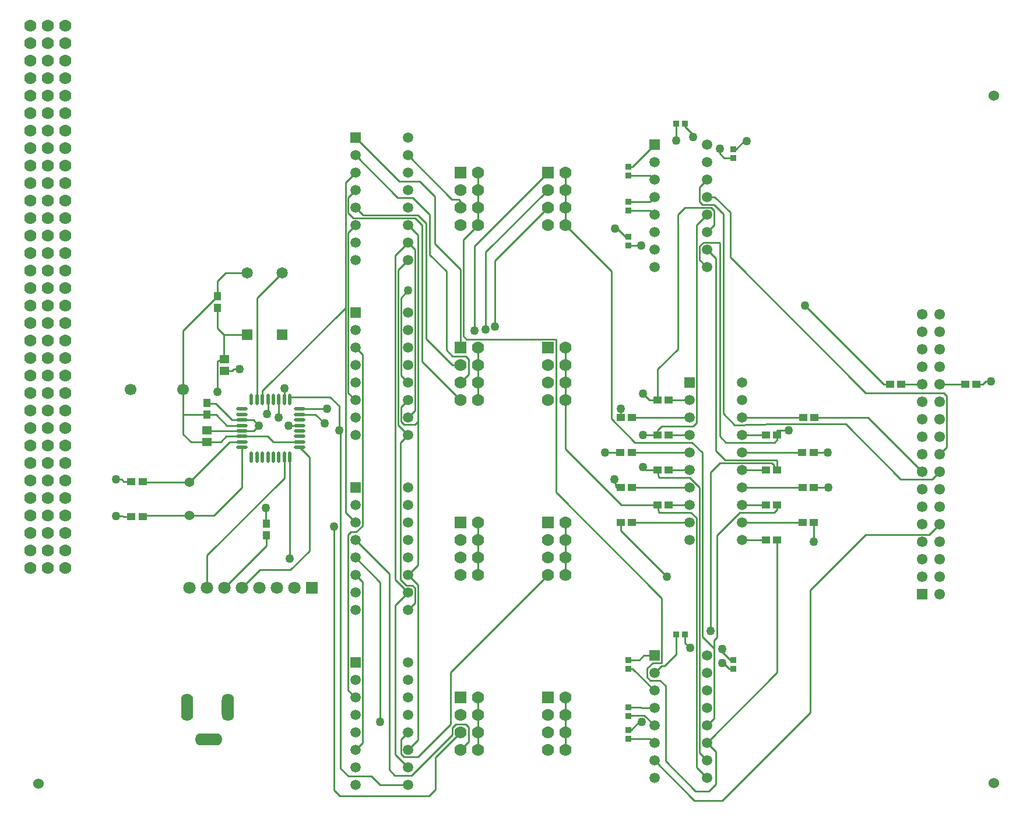
<source format=gtl>
G04 Layer_Physical_Order=1*
G04 Layer_Color=255*
%FSLAX43Y43*%
%MOMM*%
G71*
G01*
G75*
%ADD10R,0.850X0.900*%
%ADD11R,0.900X0.850*%
%ADD12R,1.150X1.050*%
%ADD13R,1.250X1.100*%
%ADD14O,1.650X0.550*%
%ADD15O,0.550X1.650*%
%ADD16R,1.100X1.250*%
%ADD17R,1.400X1.200*%
%ADD18R,1.050X1.150*%
%ADD19C,0.254*%
%ADD20C,1.524*%
%ADD21R,1.500X1.500*%
%ADD22C,1.500*%
%ADD23C,1.400*%
%ADD24C,1.800*%
%ADD25R,1.800X1.800*%
%ADD26R,1.650X1.650*%
%ADD27C,1.650*%
%ADD28R,1.778X1.778*%
%ADD29C,1.778*%
%ADD30O,1.750X4.000*%
%ADD31O,1.778X4.000*%
%ADD32O,4.000X1.750*%
%ADD33C,1.700*%
%ADD34R,1.550X1.550*%
%ADD35C,1.550*%
%ADD36C,1.270*%
D10*
X137658Y101981D02*
D03*
X136358D02*
D03*
X137658Y27813D02*
D03*
X136358D02*
D03*
D11*
X144628Y22845D02*
D03*
Y24145D02*
D03*
X129387Y22845D02*
D03*
Y24145D02*
D03*
Y15987D02*
D03*
Y17287D02*
D03*
X144628Y97013D02*
D03*
Y98313D02*
D03*
X129388Y85613D02*
D03*
Y84313D02*
D03*
X129387Y94473D02*
D03*
Y95773D02*
D03*
Y89393D02*
D03*
Y90693D02*
D03*
Y13985D02*
D03*
Y12685D02*
D03*
D12*
X149391Y41529D02*
D03*
X151041D02*
D03*
X149391Y46609D02*
D03*
X151041D02*
D03*
X149391Y51689D02*
D03*
X151041D02*
D03*
X149391Y56769D02*
D03*
X151041D02*
D03*
X135293Y46609D02*
D03*
X133643D02*
D03*
X135293Y51689D02*
D03*
X133643D02*
D03*
X135293Y56769D02*
D03*
X133643D02*
D03*
X135293Y61849D02*
D03*
X133643D02*
D03*
X154662Y54229D02*
D03*
X156312D02*
D03*
X154725Y49149D02*
D03*
X156375D02*
D03*
X154788Y59309D02*
D03*
X156438D02*
D03*
X129959Y44069D02*
D03*
X128309D02*
D03*
X129959Y49149D02*
D03*
X128309D02*
D03*
X129896Y54229D02*
D03*
X128246D02*
D03*
X129959Y59309D02*
D03*
X128309D02*
D03*
X178347Y64135D02*
D03*
X179997D02*
D03*
X167425D02*
D03*
X169075D02*
D03*
X154725Y44069D02*
D03*
X156375D02*
D03*
D13*
X57164Y44958D02*
D03*
X58864D02*
D03*
X57164Y50038D02*
D03*
X58864D02*
D03*
D14*
X73254Y60579D02*
D03*
Y59779D02*
D03*
Y58979D02*
D03*
Y58179D02*
D03*
Y57379D02*
D03*
Y56579D02*
D03*
Y55779D02*
D03*
Y54979D02*
D03*
X81654D02*
D03*
Y55779D02*
D03*
Y56579D02*
D03*
Y57379D02*
D03*
Y58179D02*
D03*
Y58979D02*
D03*
Y59779D02*
D03*
Y60579D02*
D03*
D15*
X74654Y53579D02*
D03*
X75454D02*
D03*
X76254D02*
D03*
X77054D02*
D03*
X77854D02*
D03*
X78654D02*
D03*
X79454D02*
D03*
X80254D02*
D03*
Y61979D02*
D03*
X79454D02*
D03*
X78654D02*
D03*
X77854D02*
D03*
X77054D02*
D03*
X76254D02*
D03*
X75454D02*
D03*
X74654D02*
D03*
D16*
X68174Y59729D02*
D03*
Y61429D02*
D03*
D17*
X68174Y55753D02*
D03*
Y57453D02*
D03*
X70714Y67779D02*
D03*
Y66079D02*
D03*
D18*
X69698Y76898D02*
D03*
Y75248D02*
D03*
X76860Y42253D02*
D03*
Y43903D02*
D03*
D19*
X73304Y34569D02*
X75921Y37186D01*
X80340D01*
X83083Y39929D01*
Y53549D01*
X81654Y54979D02*
X83083Y53549D01*
X70764Y34569D02*
X76860Y40665D01*
Y42253D01*
X76366D02*
X76860D01*
X80254Y38872D02*
Y53579D01*
X68224Y34569D02*
Y39319D01*
X79454Y50548D01*
Y53579D01*
X76759Y44005D02*
Y46177D01*
Y44005D02*
X76860Y43903D01*
X71032Y56579D02*
X73254D01*
X70206Y55753D02*
X71032Y56579D01*
X68174Y55753D02*
X70206D01*
X68248Y57379D02*
X73254D01*
X68174Y57453D02*
X68248Y57379D01*
X71082Y58179D02*
X73254D01*
X69532Y59729D02*
X71082Y58179D01*
X68174Y59729D02*
X69532D01*
X71806Y58979D02*
X73254D01*
X69444Y61341D02*
X71806Y58979D01*
X68262Y61341D02*
X69444D01*
X64745Y56896D02*
Y63373D01*
Y56896D02*
X65888Y55753D01*
X68174D01*
X69698Y76898D02*
Y79121D01*
X70896Y80319D01*
X74016D01*
X69698Y72263D02*
Y75248D01*
Y72263D02*
X70642Y71319D01*
X74016D01*
X70642Y67851D02*
Y71319D01*
Y67851D02*
X70714Y67779D01*
X64745Y71945D02*
X69698Y76898D01*
X64745Y63373D02*
Y71945D01*
X73254Y49149D02*
Y54979D01*
X69190Y45085D02*
X73254Y49149D01*
X65634Y45085D02*
X69190D01*
X71502Y55779D02*
X73254D01*
X65634Y49911D02*
X71502Y55779D01*
X58991Y49911D02*
X65634D01*
X58991Y45085D02*
X65634D01*
X143315Y97013D02*
X144628D01*
X142669Y97660D02*
X143315Y97013D01*
X142669Y97660D02*
Y98317D01*
X137658Y101550D02*
Y101981D01*
Y101550D02*
X138786Y100422D01*
Y100022D02*
Y100422D01*
X128957Y85613D02*
X129388D01*
X127829Y86741D02*
X128957Y85613D01*
X127429Y86741D02*
X127829D01*
X129387Y13985D02*
X129818D01*
X130946Y15113D01*
X131346D01*
X70714Y66079D02*
X71841D01*
X72075Y66313D01*
X72922D01*
X80067Y58179D02*
X81654D01*
X56131Y50038D02*
X57164D01*
X55857Y50311D02*
X56131Y50038D01*
X55030Y50311D02*
X55857D01*
X56003Y44958D02*
X57164D01*
X55984Y44977D02*
X56003Y44958D01*
X55030Y44977D02*
X55984D01*
X179997Y64135D02*
X180916D01*
X181316Y64535D01*
X182080D01*
X144628Y98313D02*
X145058D01*
X146186Y99441D01*
X146586D01*
X68174Y61341D02*
Y61429D01*
X68174Y57453D02*
Y57702D01*
X73254Y56579D02*
X77032D01*
X77832Y55779D01*
X81654D01*
X174600Y64135D02*
X178347D01*
X169075D02*
X172060D01*
X107544Y11049D02*
Y13589D01*
Y16129D01*
Y18669D01*
Y36449D02*
Y38989D01*
Y41529D01*
Y44069D01*
Y61849D02*
Y64389D01*
Y66929D01*
Y69469D01*
Y87249D02*
Y89789D01*
Y92329D01*
Y94869D01*
X120244Y11049D02*
Y13589D01*
Y16129D01*
Y18669D01*
Y36449D02*
Y38989D01*
Y41529D01*
Y44069D01*
Y61849D02*
Y64389D01*
Y66929D01*
Y69469D01*
Y87249D02*
Y89789D01*
Y92329D01*
Y94869D01*
X145898Y41529D02*
X147644D01*
X147644Y41529D01*
X149391D01*
X145898Y46609D02*
X149391D01*
X145898Y51689D02*
X149391D01*
X145898Y56769D02*
X149391D01*
X135293Y46609D02*
X138278D01*
X135293Y51689D02*
X138278D01*
X135293Y56769D02*
X138278D01*
X135293Y61849D02*
X136773D01*
X136773Y61849D01*
X138278D01*
X129387Y17287D02*
X131210D01*
X131352Y17145D01*
X133198D01*
X129387Y24145D02*
X130981D01*
X131601Y24765D01*
X133198D01*
X129896Y54229D02*
X138278D01*
X129959Y44069D02*
X138278D01*
X145898D02*
X154725D01*
X145898Y54229D02*
X154662D01*
X129959Y59309D02*
X138278D01*
X129959Y49149D02*
X138278D01*
X145898Y59309D02*
X154788D01*
X145898Y49149D02*
X150311D01*
X150311Y49149D01*
X154725D01*
X89764Y36449D02*
X90799Y35414D01*
Y12084D02*
Y35414D01*
X89764Y11049D02*
X90799Y12084D01*
X88716Y86201D02*
X89764Y87249D01*
X88716Y62897D02*
Y86201D01*
Y62897D02*
X89764Y61849D01*
X64745Y63373D02*
X65018Y63100D01*
X137658Y26576D02*
Y27813D01*
Y26576D02*
X138379Y25854D01*
X156375Y41275D02*
Y44069D01*
X140818Y83693D02*
X142107Y82404D01*
Y54477D02*
Y82404D01*
Y54477D02*
X143427Y53156D01*
X150914D01*
X151041Y53029D01*
Y51689D02*
Y53029D01*
X144031Y22845D02*
X144628D01*
X143235Y23641D02*
X144031Y22845D01*
X143075Y23641D02*
X143235D01*
X144197Y24145D02*
X144628D01*
X142669Y25679D02*
X143075D01*
X128384Y46609D02*
X133643D01*
X120244Y54750D02*
X128384Y46609D01*
X120244Y54750D02*
Y61849D01*
X58864Y50038D02*
X58991D01*
X58864Y44958D02*
X58991D01*
X97384Y97409D02*
X103765Y91027D01*
X104743D01*
X105004Y90767D01*
Y89789D02*
Y90767D01*
X156438Y59309D02*
X164186D01*
X172060Y51435D01*
X96354Y60820D02*
X97384Y61849D01*
X96354Y58744D02*
Y60820D01*
Y58744D02*
X96818Y58280D01*
X98386D01*
X98825Y58718D01*
X97384Y87249D02*
X98825Y85808D01*
X95948Y80733D02*
X97384Y82169D01*
X95948Y58205D02*
Y80733D01*
Y58205D02*
X97384Y56769D01*
Y84709D02*
X98419Y83674D01*
Y60344D02*
Y83674D01*
X97384Y59309D02*
X98419Y60344D01*
X97384Y36449D02*
X98819Y35013D01*
Y12485D02*
Y35013D01*
X97384Y11049D02*
X98819Y12485D01*
X129387Y95773D02*
X130038D01*
X133198Y98933D01*
X136358Y99553D02*
Y101981D01*
X131705Y16097D02*
X133198Y14605D01*
X129387Y15987D02*
Y16097D01*
X173120Y42335D02*
X174600Y43815D01*
X163900Y42335D02*
X173120D01*
X155823Y34258D02*
X163900Y42335D01*
X155823Y16478D02*
Y34258D01*
X143046Y3702D02*
X155823Y16478D01*
X139021Y3702D02*
X143046D01*
X133198Y9525D02*
X139021Y3702D01*
X151041Y56095D02*
Y56769D01*
X150666Y55721D02*
X151041Y56095D01*
X143554Y55721D02*
X150666D01*
X142665Y56610D02*
X143554Y55721D01*
X142665Y56610D02*
Y84652D01*
X142589Y84728D02*
X142665Y84652D01*
X140303Y84728D02*
X142589D01*
X139770Y84195D02*
X140303Y84728D01*
X139770Y82201D02*
Y84195D01*
Y82201D02*
X140818Y81153D01*
X131566Y56769D02*
X133643D01*
X105004Y64389D02*
X106191Y65576D01*
Y67761D01*
X105759Y68193D02*
X106191Y67761D01*
X103880Y68193D02*
X105759D01*
X102965Y69107D02*
X103880Y68193D01*
X102965Y69107D02*
Y80562D01*
X100578Y82950D02*
X102965Y80562D01*
X100578Y82950D02*
Y88817D01*
X98114Y91281D02*
X100578Y88817D01*
X95891Y91281D02*
X98114D01*
X89764Y97409D02*
X95891Y91281D01*
X140818Y12065D02*
X151041Y22288D01*
Y41529D01*
X89764Y99949D02*
X96120Y93593D01*
X99130D01*
X101314Y91408D01*
Y84525D02*
Y91408D01*
Y84525D02*
X105004Y80835D01*
Y69469D02*
Y80835D01*
X108706Y83331D02*
X117704Y92329D01*
X108706Y72079D02*
Y83331D01*
X110052Y72561D02*
Y82137D01*
X117704Y89789D01*
X140818Y86233D02*
X141847Y87262D01*
Y89402D01*
X141446Y89802D02*
X141847Y89402D01*
X137611Y89802D02*
X141446D01*
X136569Y88761D02*
X137611Y89802D01*
X136569Y69259D02*
Y88761D01*
X133643Y66333D02*
X136569Y69259D01*
X133643Y61849D02*
Y66333D01*
X139313Y87268D02*
X140818Y88773D01*
X139313Y58541D02*
Y87268D01*
X138805Y58033D02*
X139313Y58541D01*
X134207Y58033D02*
X138805D01*
X133643Y57468D02*
X134207Y58033D01*
X133643Y56769D02*
Y57468D01*
X140818Y91313D02*
X141962D01*
X144189Y89086D01*
Y82569D02*
Y89086D01*
Y82569D02*
X163874Y62884D01*
X175254D01*
X175660Y62478D01*
Y55035D02*
Y62478D01*
X174600Y53975D02*
X175660Y55035D01*
X132474Y61849D02*
X133643D01*
X131566Y62757D02*
X132474Y61849D01*
X107080Y71952D02*
Y84245D01*
X117704Y94869D01*
X141345Y28315D02*
Y51378D01*
X142716Y52749D01*
X150209D01*
X150539Y52419D01*
Y51689D02*
X151041D01*
X141853Y26994D02*
X142259Y27400D01*
Y42208D01*
X145554Y45504D01*
X150602D01*
X151041Y45942D01*
Y46609D01*
X96336Y55721D02*
X97384Y56769D01*
X96336Y35782D02*
Y55721D01*
Y35782D02*
X97180Y34938D01*
X98038D01*
X98413Y34563D01*
Y32398D02*
Y34563D01*
X97384Y31369D02*
X98413Y32398D01*
X75454Y76677D02*
X79096Y80319D01*
X75454Y61979D02*
Y76677D01*
X166505Y64135D02*
X167425D01*
X155031Y75609D02*
X166505Y64135D01*
X131566Y52089D02*
X131966Y51689D01*
X133643D01*
X133801Y50641D01*
X138271D01*
X139719Y49193D01*
Y10624D02*
Y49193D01*
Y10624D02*
X140818Y9525D01*
X105429Y85134D02*
X107544Y87249D01*
X105429Y71139D02*
Y85134D01*
Y71139D02*
X105912Y70656D01*
X118891D01*
Y48457D02*
Y70656D01*
Y48457D02*
X134233Y33115D01*
Y23717D02*
Y33115D01*
X132988Y23717D02*
X134233D01*
X132150Y22879D02*
X132988Y23717D01*
X132150Y21609D02*
Y22879D01*
Y21609D02*
X132582Y21177D01*
X133953D01*
X134791Y20339D01*
Y9442D02*
Y20339D01*
Y9442D02*
X139160Y5074D01*
X141116D01*
X142081Y6039D01*
Y10801D01*
X140818Y12065D02*
X142081Y10801D01*
X105004Y11049D02*
X106191Y12236D01*
Y14345D01*
X105759Y14776D02*
X106191Y14345D01*
X104369Y14776D02*
X105759D01*
X103835Y14243D02*
X104369Y14776D01*
X103835Y13233D02*
Y14243D01*
X97911Y7309D02*
X103835Y13233D01*
X95498Y7309D02*
X97911D01*
X94659Y8147D02*
X95498Y7309D01*
X94659Y8147D02*
Y36633D01*
X89764Y41529D02*
X94659Y36633D01*
X86658Y5201D02*
Y43504D01*
Y5201D02*
X87471Y4388D01*
X100476D01*
X101365Y5277D01*
Y9950D01*
X105004Y13589D01*
X93364Y15100D02*
Y35389D01*
X89764Y38989D02*
X93364Y35389D01*
X88716Y91281D02*
X89764Y92329D01*
X88716Y89021D02*
Y91281D01*
Y89021D02*
X89458Y88278D01*
X98419D01*
X99409Y87288D01*
Y67443D02*
Y87288D01*
Y67443D02*
X105004Y61849D01*
X103829Y66929D02*
X105004D01*
X99993Y70764D02*
X103829Y66929D01*
X99993Y70764D02*
Y87511D01*
X98819Y88685D02*
X99993Y87511D01*
X90868Y88685D02*
X98819D01*
X89764Y89789D02*
X90868Y88685D01*
X151041Y57423D02*
X152724D01*
X151041Y56769D02*
Y57423D01*
X133643Y46609D02*
X133801Y45561D01*
X138474D01*
X139313Y44723D01*
Y8490D02*
Y44723D01*
Y8490D02*
X140818Y6985D01*
X120244Y87249D02*
X126917Y80575D01*
Y59176D02*
Y80575D01*
Y59176D02*
X130372Y55721D01*
X138678D01*
X140125Y54273D01*
Y27527D02*
Y54273D01*
Y27527D02*
X141853Y25800D01*
Y15640D02*
Y25800D01*
X140818Y14605D02*
X141853Y15640D01*
X103600Y22346D02*
X117704Y36449D01*
X103600Y14769D02*
Y22346D01*
X98850Y10020D02*
X103600Y14769D01*
X96818Y10020D02*
X98850D01*
X96354Y10484D02*
X96818Y10020D01*
X96354Y10484D02*
Y12560D01*
X97384Y13589D01*
X96354Y76720D02*
X97377Y77743D01*
X96354Y65418D02*
Y76720D01*
Y65418D02*
X97384Y64389D01*
X69717Y67500D02*
X70714Y67779D01*
X77054Y60398D02*
Y61979D01*
X139770Y92805D02*
X140818Y93853D01*
X139770Y90646D02*
Y92805D01*
Y90646D02*
X140207Y90209D01*
X141847D01*
X143199Y88857D01*
Y59912D02*
Y88857D01*
Y59912D02*
X144850Y58261D01*
X150819Y58363D01*
X160979D01*
X168980Y50362D01*
X173526D01*
X174600Y51435D01*
X132578Y12685D02*
X133198Y12065D01*
X129387Y12685D02*
X132578D01*
X133198Y22225D02*
X134245Y23273D01*
X134690D01*
X136358Y24940D01*
Y27813D01*
X129387Y22845D02*
X130038D01*
X133198Y19685D01*
X129388Y84313D02*
X131278D01*
X132578Y90693D02*
X133198Y91313D01*
X129387Y90693D02*
X132578D01*
X132578Y89393D02*
X133198Y88773D01*
X129387Y89393D02*
X132578D01*
X132578Y94473D02*
X133198Y93853D01*
X129387Y94473D02*
X132578D01*
X79454Y61979D02*
Y63561D01*
X79445Y63570D02*
X79454Y63561D01*
X80254Y61979D02*
Y62325D01*
X86049D02*
X87395Y60979D01*
X88741Y7233D02*
X92094D01*
X93358Y5969D01*
X97384D01*
X95541Y10351D02*
X97384Y8509D01*
X95541Y10351D02*
Y32067D01*
X97384Y33909D01*
X95523Y35770D02*
X97384Y33909D01*
X95523Y35770D02*
Y82848D01*
X97384Y84709D01*
Y36449D02*
X98825Y37890D01*
X156375Y49149D02*
X158464D01*
X128309Y42900D02*
Y44069D01*
Y42900D02*
X135014Y36195D01*
X128309Y59309D02*
Y60573D01*
X156312Y54229D02*
X158388D01*
X127394Y50311D02*
X127641Y49149D01*
X128309D01*
X88309Y93415D02*
X89764Y94869D01*
X88309Y75254D02*
Y93415D01*
X76254Y63198D02*
X88309Y75254D01*
X76254Y61979D02*
Y63198D01*
X88309Y45523D02*
X89764Y44069D01*
X88716Y19717D02*
X89764Y18669D01*
X88716Y19717D02*
Y42285D01*
X89128Y42697D01*
X89910D01*
X90799Y43586D01*
Y68434D01*
X89764Y69469D02*
X90799Y68434D01*
X64833Y59729D02*
X68174D01*
X150539Y51689D02*
Y52419D01*
X141853Y25800D02*
Y26994D01*
X77054Y60398D02*
X77064Y60388D01*
X129387Y16097D02*
X131705D01*
X58991Y44958D02*
Y45085D01*
X58991Y49911D02*
Y50038D01*
X87395Y57448D02*
Y60979D01*
X80254Y62325D02*
X86049D01*
X98825Y37890D02*
Y58718D01*
Y85808D01*
X88309Y45523D02*
Y75254D01*
X68174Y61341D02*
X68262D01*
X142669Y25673D02*
X142869Y25473D01*
X144197Y24145D01*
X142669Y25673D02*
Y25679D01*
X128220Y54254D02*
X128246Y54229D01*
X126009Y54254D02*
X128220D01*
X73254Y57379D02*
X75007D01*
X75768Y58141D01*
X74930Y58979D02*
X75768Y58141D01*
X73254Y58979D02*
X74930D01*
X78613Y61938D02*
X78654Y61979D01*
X78613Y59360D02*
Y61938D01*
X87605Y8369D02*
X88741Y7233D01*
X87605Y8369D02*
Y57239D01*
X87395Y57448D02*
X87605Y57239D01*
X83985Y59779D02*
X85293Y58471D01*
X81654Y59779D02*
X83985D01*
X81654Y60579D02*
X85674D01*
X69717Y63011D02*
Y67500D01*
D20*
X43688Y6147D02*
D03*
X182474Y106045D02*
D03*
Y6223D02*
D03*
D21*
X133198Y24765D02*
D03*
Y98933D02*
D03*
X138278Y64389D02*
D03*
X89764Y23749D02*
D03*
Y74549D02*
D03*
Y49149D02*
D03*
Y99949D02*
D03*
D22*
X133198Y22225D02*
D03*
Y19685D02*
D03*
Y17145D02*
D03*
Y14605D02*
D03*
Y12065D02*
D03*
Y9525D02*
D03*
Y6985D02*
D03*
X140818Y24765D02*
D03*
Y22225D02*
D03*
Y19685D02*
D03*
Y17145D02*
D03*
Y14605D02*
D03*
Y12065D02*
D03*
Y9525D02*
D03*
Y6985D02*
D03*
X133198Y96393D02*
D03*
Y93853D02*
D03*
Y91313D02*
D03*
Y88773D02*
D03*
Y86233D02*
D03*
Y83693D02*
D03*
Y81153D02*
D03*
X140818Y98933D02*
D03*
Y96393D02*
D03*
Y93853D02*
D03*
Y91313D02*
D03*
Y88773D02*
D03*
Y86233D02*
D03*
Y83693D02*
D03*
Y81153D02*
D03*
X138278Y61849D02*
D03*
Y59309D02*
D03*
Y56769D02*
D03*
Y54229D02*
D03*
Y51689D02*
D03*
Y49149D02*
D03*
Y46609D02*
D03*
Y44069D02*
D03*
Y41529D02*
D03*
X145898Y64389D02*
D03*
Y61849D02*
D03*
Y59309D02*
D03*
Y56769D02*
D03*
Y54229D02*
D03*
Y51689D02*
D03*
Y49149D02*
D03*
Y46609D02*
D03*
Y44069D02*
D03*
Y41529D02*
D03*
X97384Y5969D02*
D03*
Y8509D02*
D03*
Y11049D02*
D03*
Y13589D02*
D03*
Y16129D02*
D03*
Y18669D02*
D03*
Y21209D02*
D03*
Y23749D02*
D03*
X89764Y5969D02*
D03*
Y8509D02*
D03*
Y11049D02*
D03*
Y13589D02*
D03*
Y16129D02*
D03*
Y18669D02*
D03*
Y21209D02*
D03*
X97384Y56769D02*
D03*
Y59309D02*
D03*
Y61849D02*
D03*
Y64389D02*
D03*
Y66929D02*
D03*
Y69469D02*
D03*
Y72009D02*
D03*
Y74549D02*
D03*
X89764Y56769D02*
D03*
Y59309D02*
D03*
Y61849D02*
D03*
Y64389D02*
D03*
Y66929D02*
D03*
Y69469D02*
D03*
Y72009D02*
D03*
X97384Y31369D02*
D03*
Y33909D02*
D03*
Y36449D02*
D03*
Y38989D02*
D03*
Y41529D02*
D03*
Y44069D02*
D03*
Y46609D02*
D03*
Y49149D02*
D03*
X89764Y31369D02*
D03*
Y33909D02*
D03*
Y36449D02*
D03*
Y38989D02*
D03*
Y41529D02*
D03*
Y44069D02*
D03*
Y46609D02*
D03*
X97384Y82169D02*
D03*
Y84709D02*
D03*
Y87249D02*
D03*
Y89789D02*
D03*
Y92329D02*
D03*
Y94869D02*
D03*
Y97409D02*
D03*
Y99949D02*
D03*
X89764Y82169D02*
D03*
Y84709D02*
D03*
Y87249D02*
D03*
Y89789D02*
D03*
Y92329D02*
D03*
Y94869D02*
D03*
Y97409D02*
D03*
D23*
X65634Y49911D02*
D03*
Y45085D02*
D03*
D24*
X65684Y34569D02*
D03*
X68224D02*
D03*
X70764D02*
D03*
X73304D02*
D03*
X75844D02*
D03*
X78384D02*
D03*
X80924D02*
D03*
D25*
X83464D02*
D03*
D26*
X79096Y71319D02*
D03*
X74016D02*
D03*
D27*
X79096Y80319D02*
D03*
X74016D02*
D03*
D28*
X117704Y18669D02*
D03*
Y44069D02*
D03*
Y69469D02*
D03*
X105004Y18669D02*
D03*
Y44069D02*
D03*
Y69469D02*
D03*
Y94869D02*
D03*
X117704D02*
D03*
D29*
X120244Y18669D02*
D03*
X117704Y16129D02*
D03*
X120244D02*
D03*
X117704Y13589D02*
D03*
X120244D02*
D03*
X117704Y11049D02*
D03*
X120244D02*
D03*
Y44069D02*
D03*
X117704Y41529D02*
D03*
X120244D02*
D03*
X117704Y38989D02*
D03*
X120244D02*
D03*
X117704Y36449D02*
D03*
X120244D02*
D03*
Y69469D02*
D03*
X117704Y66929D02*
D03*
X120244D02*
D03*
X117704Y64389D02*
D03*
X120244D02*
D03*
X117704Y61849D02*
D03*
X120244D02*
D03*
X107544Y18669D02*
D03*
X105004Y16129D02*
D03*
X107544D02*
D03*
X105004Y13589D02*
D03*
X107544D02*
D03*
X105004Y11049D02*
D03*
X107544D02*
D03*
Y44069D02*
D03*
X105004Y41529D02*
D03*
X107544D02*
D03*
X105004Y38989D02*
D03*
X107544D02*
D03*
X105004Y36449D02*
D03*
X107544D02*
D03*
Y69469D02*
D03*
X105004Y66929D02*
D03*
X107544D02*
D03*
X105004Y64389D02*
D03*
X107544D02*
D03*
X105004Y61849D02*
D03*
X107544D02*
D03*
Y94869D02*
D03*
X105004Y92329D02*
D03*
X107544D02*
D03*
X105004Y89789D02*
D03*
X107544D02*
D03*
X105004Y87249D02*
D03*
X107544D02*
D03*
X120244Y94869D02*
D03*
X117704Y92329D02*
D03*
X120244D02*
D03*
X117704Y89789D02*
D03*
X120244D02*
D03*
X117704Y87249D02*
D03*
X120244D02*
D03*
X47650Y37490D02*
D03*
Y40030D02*
D03*
X45110Y37490D02*
D03*
X42570D02*
D03*
Y40030D02*
D03*
Y42570D02*
D03*
Y45110D02*
D03*
Y47650D02*
D03*
Y50190D02*
D03*
Y52730D02*
D03*
Y55270D02*
D03*
Y75590D02*
D03*
Y73050D02*
D03*
Y70510D02*
D03*
Y67970D02*
D03*
Y65430D02*
D03*
Y62890D02*
D03*
Y60350D02*
D03*
Y57810D02*
D03*
Y98450D02*
D03*
Y100990D02*
D03*
Y103530D02*
D03*
Y106070D02*
D03*
Y108610D02*
D03*
Y111150D02*
D03*
Y113690D02*
D03*
Y116230D02*
D03*
Y95910D02*
D03*
Y93370D02*
D03*
Y90830D02*
D03*
Y88290D02*
D03*
Y85750D02*
D03*
Y83210D02*
D03*
Y80670D02*
D03*
Y78130D02*
D03*
X45110D02*
D03*
Y80670D02*
D03*
Y83210D02*
D03*
Y85750D02*
D03*
Y88290D02*
D03*
Y90830D02*
D03*
Y93370D02*
D03*
Y95910D02*
D03*
Y116230D02*
D03*
Y113690D02*
D03*
Y111150D02*
D03*
Y108610D02*
D03*
Y106070D02*
D03*
Y103530D02*
D03*
Y100990D02*
D03*
Y98450D02*
D03*
Y57810D02*
D03*
Y60350D02*
D03*
Y62890D02*
D03*
Y65430D02*
D03*
Y67970D02*
D03*
Y70510D02*
D03*
Y73050D02*
D03*
Y75590D02*
D03*
Y55270D02*
D03*
Y52730D02*
D03*
Y50190D02*
D03*
Y47650D02*
D03*
Y45110D02*
D03*
Y42570D02*
D03*
Y40030D02*
D03*
X47650Y42570D02*
D03*
Y45110D02*
D03*
Y47650D02*
D03*
Y50190D02*
D03*
Y52730D02*
D03*
Y55270D02*
D03*
Y75590D02*
D03*
Y73050D02*
D03*
Y70510D02*
D03*
Y67970D02*
D03*
Y65430D02*
D03*
Y62890D02*
D03*
Y60350D02*
D03*
Y57810D02*
D03*
Y98450D02*
D03*
Y100990D02*
D03*
Y103530D02*
D03*
Y106070D02*
D03*
Y108610D02*
D03*
Y111150D02*
D03*
Y113690D02*
D03*
Y116230D02*
D03*
Y95910D02*
D03*
Y93370D02*
D03*
Y90830D02*
D03*
Y88290D02*
D03*
Y85750D02*
D03*
Y83210D02*
D03*
Y80670D02*
D03*
Y78130D02*
D03*
D30*
X65278Y17272D02*
D03*
D31*
X71278D02*
D03*
D32*
X68478Y12572D02*
D03*
D33*
X64745Y63373D02*
D03*
X57125D02*
D03*
D34*
X172060Y33655D02*
D03*
D35*
Y36195D02*
D03*
Y38735D02*
D03*
Y41275D02*
D03*
Y43815D02*
D03*
Y46355D02*
D03*
Y48895D02*
D03*
Y51435D02*
D03*
Y53975D02*
D03*
Y56515D02*
D03*
Y59055D02*
D03*
Y61595D02*
D03*
Y64135D02*
D03*
Y66675D02*
D03*
Y69215D02*
D03*
Y71755D02*
D03*
Y74295D02*
D03*
X174600Y33655D02*
D03*
Y36195D02*
D03*
Y38735D02*
D03*
Y41275D02*
D03*
Y43815D02*
D03*
Y46355D02*
D03*
Y48895D02*
D03*
Y51435D02*
D03*
Y53975D02*
D03*
Y56515D02*
D03*
Y59055D02*
D03*
Y61595D02*
D03*
Y64135D02*
D03*
Y66675D02*
D03*
Y69215D02*
D03*
Y71755D02*
D03*
Y74295D02*
D03*
D36*
X80254Y38872D02*
D03*
X76759Y46177D02*
D03*
X142669Y98317D02*
D03*
X138786Y100022D02*
D03*
X127429Y86741D02*
D03*
X131346Y15113D02*
D03*
X72922Y66313D02*
D03*
X80067Y58179D02*
D03*
X55030Y50311D02*
D03*
X55030Y44977D02*
D03*
X182080Y64535D02*
D03*
X146586Y99441D02*
D03*
X138379Y25854D02*
D03*
X156375Y41275D02*
D03*
X143075Y23641D02*
D03*
Y25679D02*
D03*
X136358Y99553D02*
D03*
X131566Y56769D02*
D03*
X108706Y72079D02*
D03*
X110052Y72561D02*
D03*
X131566Y62757D02*
D03*
X107080Y71952D02*
D03*
X141345Y28315D02*
D03*
X155031Y75609D02*
D03*
X131566Y52089D02*
D03*
X86658Y43504D02*
D03*
X93364Y15100D02*
D03*
X152724Y57423D02*
D03*
X97377Y77743D02*
D03*
X131278Y84313D02*
D03*
X79445Y63570D02*
D03*
X87395Y57448D02*
D03*
X158464Y49149D02*
D03*
X135014Y36195D02*
D03*
X128309Y60573D02*
D03*
X158388Y54229D02*
D03*
X127394Y50311D02*
D03*
X126009Y54254D02*
D03*
X75768Y58141D02*
D03*
X78613Y59360D02*
D03*
X85293Y58471D02*
D03*
X85674Y60579D02*
D03*
X69717Y63011D02*
D03*
X76937Y59842D02*
D03*
M02*

</source>
